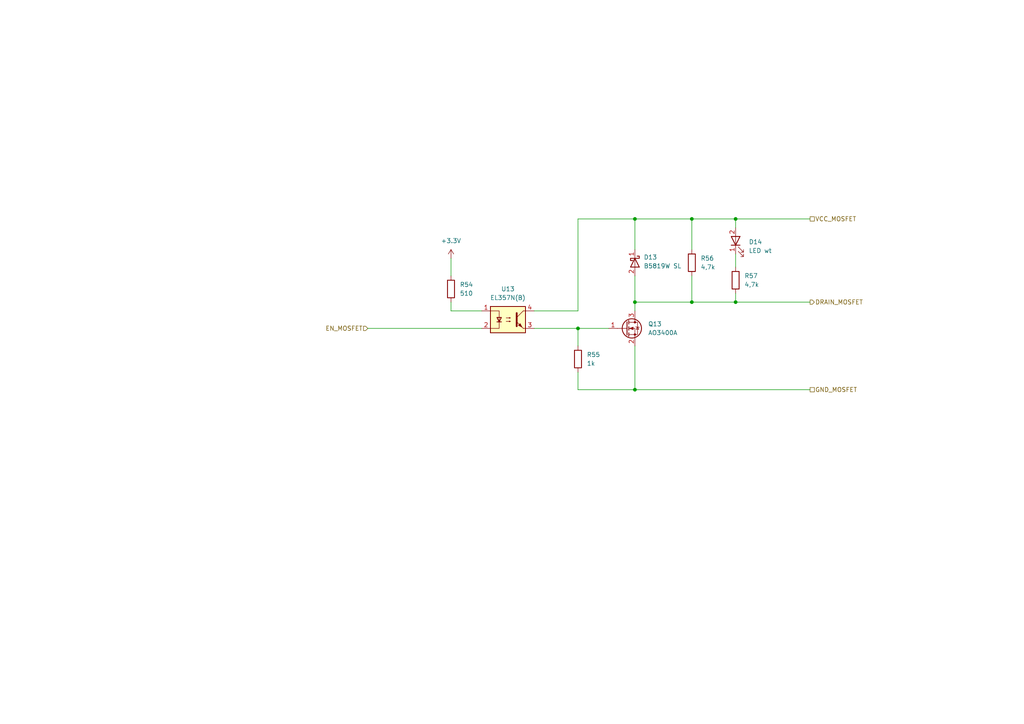
<source format=kicad_sch>
(kicad_sch (version 20211123) (generator eeschema)
  (paper "A4")
  (title_block (title "GRBLhal Boosterpack") (date "2022-12-20") (rev "1.2") (comment 1 "by Sönke Peters") (comment 2 "based on work by Terje Io and Expatria Technologies") (comment 4 "Licensed under CERN OHL v.1.2 or later"))
  (lib_symbols
    (symbol "Device:D_Schottky" (pin_names (offset 1.016) hide)
      (property "Reference" "D" (at 0 2.54 0))
      (property "Value" "D_Schottky" (at 0 -2.54 0))
      (symbol "D_Schottky_0_1"
        (polyline (pts (xy 1.27 0) (xy -1.27 0)))
        (polyline (pts (xy 1.27 1.27) (xy 1.27 -1.27) (xy -1.27 0) (xy 1.27 1.27)) (stroke (width 0.254)))
        (polyline (pts (xy -1.905 0.635) (xy -1.905 1.27) (xy -1.27 1.27) (xy -1.27 -1.27) (xy -0.635 -1.27) (xy -0.635 -0.635)) (stroke (width 0.254)))
      )
      (symbol "D_Schottky_1_1"
        (pin passive line (at -3.81 0 0) (length 2.54) (name "K") (number "1"))
        (pin passive line (at 3.81 0 180) (length 2.54) (name "A") (number "2"))
      )
    )
    (symbol "Device:LED" (pin_names (offset 1.016) hide)
      (property "Reference" "D" (at 0 2.54 0))
      (property "Value" "LED" (at 0 -2.54 0))
      (symbol "LED_0_1"
        (polyline (pts (xy -1.27 -1.27) (xy -1.27 1.27)) (stroke (width 0.254)))
        (polyline (pts (xy -1.27 0) (xy 1.27 0)))
        (polyline (pts (xy 1.27 -1.27) (xy 1.27 1.27) (xy -1.27 0) (xy 1.27 -1.27)) (stroke (width 0.254)))
        (polyline (pts (xy -3.048 -0.762) (xy -4.572 -2.286) (xy -3.81 -2.286) (xy -4.572 -2.286) (xy -4.572 -1.524)))
        (polyline (pts (xy -1.778 -0.762) (xy -3.302 -2.286) (xy -2.54 -2.286) (xy -3.302 -2.286) (xy -3.302 -1.524)))
      )
      (symbol "LED_1_1"
        (pin passive line (at -3.81 0 0) (length 2.54) (name "K") (number "1"))
        (pin passive line (at 3.81 0 180) (length 2.54) (name "A") (number "2"))
      )
    )
    (symbol "Device:R" (pin_numbers hide) (pin_names (offset 0))
      (property "Reference" "R" (at 2.032 0 90))
      (property "Value" "R" (at 0 0 90))
      (symbol "R_0_1"
        (rectangle (start -1.016 -2.54) (end 1.016 2.54) (stroke (width 0.254)))
      )
      (symbol "R_1_1"
        (pin passive line (at 0 3.81 270) (length 1.27) (name "~") (number "1"))
        (pin passive line (at 0 -3.81 90) (length 1.27) (name "~") (number "2"))
      )
    )
    (symbol "Isolator:LTV-357T" (pin_names (offset 1.016))
      (property "Reference" "U" (at -5.334 4.826 0))
      (property "Value" "LTV-357T" (at 0 5.08 0))
      (symbol "LTV-357T_0_1"
        (rectangle (start -5.08 3.81) (end 5.08 -3.81) (stroke (width 0.254)) (fill (type background)))
        (polyline (pts (xy -3.175 -0.635) (xy -1.905 -0.635)) (stroke (width 0.254)))
        (polyline (pts (xy 2.54 0.635) (xy 4.445 2.54)))
        (polyline (pts (xy 4.445 -2.54) (xy 2.54 -0.635)) (fill (type outline)))
        (polyline (pts (xy 4.445 -2.54) (xy 5.08 -2.54)))
        (polyline (pts (xy 4.445 2.54) (xy 5.08 2.54)))
        (polyline (pts (xy -5.08 2.54) (xy -2.54 2.54) (xy -2.54 -0.762)))
        (polyline (pts (xy -2.54 -0.635) (xy -2.54 -2.54) (xy -5.08 -2.54)))
        (polyline (pts (xy 2.54 1.905) (xy 2.54 -1.905) (xy 2.54 -1.905)) (stroke (width 0.508)))
        (polyline (pts (xy -2.54 -0.635) (xy -3.175 0.635) (xy -1.905 0.635) (xy -2.54 -0.635)) (stroke (width 0.254)))
        (polyline (pts (xy -0.508 -0.508) (xy 0.762 -0.508) (xy 0.381 -0.635) (xy 0.381 -0.381) (xy 0.762 -0.508)))
        (polyline (pts (xy -0.508 0.508) (xy 0.762 0.508) (xy 0.381 0.381) (xy 0.381 0.635) (xy 0.762 0.508)))
        (polyline (pts (xy 3.048 -1.651) (xy 3.556 -1.143) (xy 4.064 -2.159) (xy 3.048 -1.651) (xy 3.048 -1.651)) (fill (type outline)))
      )
      (symbol "LTV-357T_1_1"
        (pin passive line (at -7.62 2.54 0) (length 2.54) (name "~") (number "1"))
        (pin passive line (at -7.62 -2.54 0) (length 2.54) (name "~") (number "2"))
        (pin passive line (at 7.62 -2.54 180) (length 2.54) (name "~") (number "3"))
        (pin passive line (at 7.62 2.54 180) (length 2.54) (name "~") (number "4"))
      )
    )
    (symbol "Transistor_FET:AO3400A" (pin_names hide)
      (property "Reference" "Q" (at 5.08 1.905 0))
      (property "Value" "AO3400A" (at 5.08 0 0))
      (symbol "AO3400A_0_1"
        (polyline (pts (xy 0.254 0) (xy -2.54 0)))
        (polyline (pts (xy 0.254 1.905) (xy 0.254 -1.905)) (stroke (width 0.254)))
        (polyline (pts (xy 0.762 -1.27) (xy 0.762 -2.286)) (stroke (width 0.254)))
        (polyline (pts (xy 0.762 0.508) (xy 0.762 -0.508)) (stroke (width 0.254)))
        (polyline (pts (xy 0.762 2.286) (xy 0.762 1.27)) (stroke (width 0.254)))
        (polyline (pts (xy 2.54 2.54) (xy 2.54 1.778)))
        (polyline (pts (xy 2.54 -2.54) (xy 2.54 0) (xy 0.762 0)))
        (polyline (pts (xy 0.762 -1.778) (xy 3.302 -1.778) (xy 3.302 1.778) (xy 0.762 1.778)))
        (polyline (pts (xy 1.016 0) (xy 2.032 0.381) (xy 2.032 -0.381) (xy 1.016 0)) (fill (type outline)))
        (polyline (pts (xy 2.794 0.508) (xy 2.921 0.381) (xy 3.683 0.381) (xy 3.81 0.254)))
        (polyline (pts (xy 3.302 0.381) (xy 2.921 -0.254) (xy 3.683 -0.254) (xy 3.302 0.381)))
        (circle (center 1.651 0) (radius 2.794) (stroke (width 0.254)))
        (circle (center 2.54 -1.778) (radius 0.254) (fill (type outline)))
        (circle (center 2.54 1.778) (radius 0.254) (fill (type outline)))
      )
      (symbol "AO3400A_1_1"
        (pin input line (at -5.08 0 0) (length 2.54) (name "G") (number "1"))
        (pin passive line (at 2.54 -5.08 90) (length 2.54) (name "S") (number "2"))
        (pin passive line (at 2.54 5.08 270) (length 2.54) (name "D") (number "3"))
      )
    )
    (symbol "power:+3.3V" (power) (pin_names (offset 0))
      (property "Value" "+3.3V" (at 0 3.556 0))
      (symbol "+3.3V_0_1"
        (polyline (pts (xy -0.762 1.27) (xy 0 2.54)))
        (polyline (pts (xy 0 0) (xy 0 2.54)))
        (polyline (pts (xy 0 2.54) (xy 0.762 1.27)))
      )
      (symbol "+3.3V_1_1"
        (pin power_in line (at 0 0 90) (length 0) hide (name "+3.3V") (number "1"))
      )
    )
  )
  (junction (at 184.15 87.63))
  (junction (at 200.66 63.5))
  (junction (at 184.15 113.03))
  (junction (at 213.36 63.5))
  (junction (at 167.64 95.25))
  (junction (at 200.66 87.63))
  (junction (at 213.36 87.63))
  (junction (at 184.15 63.5))
  (wire (pts (xy 213.36 87.63) (xy 234.95 87.63)))
  (wire (pts (xy 130.81 74.93) (xy 130.81 80.01)))
  (wire (pts (xy 167.64 107.95) (xy 167.64 113.03)))
  (wire (pts (xy 184.15 87.63) (xy 200.66 87.63)))
  (wire (pts (xy 213.36 63.5) (xy 234.95 63.5)))
  (wire (pts (xy 184.15 63.5) (xy 200.66 63.5)))
  (wire (pts (xy 106.68 95.25) (xy 139.7 95.25)))
  (wire (pts (xy 167.64 95.25) (xy 176.53 95.25)))
  (wire (pts (xy 200.66 63.5) (xy 213.36 63.5)))
  (wire (pts (xy 184.15 113.03) (xy 234.95 113.03)))
  (wire (pts (xy 200.66 63.5) (xy 200.66 72.39)))
  (wire (pts (xy 200.66 80.01) (xy 200.66 87.63)))
  (wire (pts (xy 184.15 87.63) (xy 184.15 90.17)))
  (wire (pts (xy 167.64 113.03) (xy 184.15 113.03)))
  (wire (pts (xy 167.64 90.17) (xy 167.64 63.5)))
  (wire (pts (xy 130.81 87.63) (xy 130.81 90.17)))
  (wire (pts (xy 167.64 95.25) (xy 167.64 100.33)))
  (wire (pts (xy 184.15 63.5) (xy 184.15 72.39)))
  (wire (pts (xy 213.36 63.5) (xy 213.36 66.04)))
  (wire (pts (xy 213.36 85.09) (xy 213.36 87.63)))
  (wire (pts (xy 130.81 90.17) (xy 139.7 90.17)))
  (wire (pts (xy 184.15 80.01) (xy 184.15 87.63)))
  (wire (pts (xy 200.66 87.63) (xy 213.36 87.63)))
  (wire (pts (xy 154.94 90.17) (xy 167.64 90.17)))
  (wire (pts (xy 167.64 63.5) (xy 184.15 63.5)))
  (wire (pts (xy 184.15 113.03) (xy 184.15 100.33)))
  (wire (pts (xy 213.36 73.66) (xy 213.36 77.47)))
  (wire (pts (xy 154.94 95.25) (xy 167.64 95.25)))
  (hierarchical_label "GND_MOSFET" (shape passive) (at 234.95 113.03 0))
  (hierarchical_label "EN_MOSFET" (shape input) (at 106.68 95.25 180))
  (hierarchical_label "VCC_MOSFET" (shape passive) (at 234.95 63.5 0))
  (hierarchical_label "DRAIN_MOSFET" (shape output) (at 234.95 87.63 0))
  (symbol (lib_id "Device:LED") (at 213.36 69.85 90) (unit 1)
    (property "Reference" "D14" (at 217.17 70.1674 90) (effects (justify right)))
    (property "Value" "LED wt" (at 217.17 72.7074 90) (effects (justify right)))
    (property "Footprint" "LED_SMD:LED_0603_1608Metric" (effects hide))
    (property "Datasheet" "https://datasheet.lcsc.com/lcsc/1809041711_Hubei-KENTO-Elec-C2290_C2290.pdf" (effects hide))
    (property "JLCPCB Rotation Offset" "180" (effects hide))
    (property "JLCPCB Part #" "C2290" (effects hide))
  )
  (symbol (lib_id "Isolator:LTV-357T") (at 147.32 92.71 0) (unit 1)
    (property "Reference" "U13" (at 147.32 83.82 0))
    (property "Value" "EL357N(B)" (at 147.32 86.36 0))
    (property "Footprint" "Library:SO-5_4.4x3.6mm_P1.27mm_fake" (effects hide))
    (property "Datasheet" "https://datasheet.lcsc.com/lcsc/1809192312_Everlight-Elec-EL357N-B-TA-G_C6649.pdf" (effects hide))
    (property "LCSC Part #" "C6649" (effects hide))
  )
  (symbol (lib_id "Transistor_FET:AO3400A") (at 181.61 95.25 0) (unit 1)
    (property "Reference" "Q13" (at 187.96 93.9799 0) (effects (justify left)))
    (property "Value" "AO3400A" (at 187.96 96.5199 0) (effects (justify left)))
    (property "Footprint" "Package_TO_SOT_SMD:SOT-23" (effects hide))
    (property "Datasheet" "https://datasheet.lcsc.com/lcsc/1811081213_Alpha---Omega-Semicon-AO3400A_C20917.pdf" (effects hide))
    (property "JLCPCB Part #" "C20917" (effects hide))
    (property "JLCPCB Rotation Offset" "180" (effects hide))
  )
  (symbol (lib_id "Device:R") (at 130.81 83.82 0) (unit 1)
    (property "Reference" "R54" (at 133.35 82.5499 0) (effects (justify left)))
    (property "Value" "510" (at 133.35 85.0899 0) (effects (justify left)))
    (property "Footprint" "Resistor_SMD:R_0603_1608Metric" (effects hide))
    (property "Datasheet" "https://datasheet.lcsc.com/lcsc/2206010116_UNI-ROYAL-Uniroyal-Elec-0603WAF5100T5E_C23193.pdf" (effects hide))
    (property "LCSC Part #" "C23193" (effects hide))
  )
  (symbol (lib_id "Device:R") (at 167.64 104.14 180) (unit 1)
    (property "Reference" "R55" (at 170.18 102.8699 0) (effects (justify right)))
    (property "Value" "1k" (at 170.18 105.4099 0) (effects (justify right)))
    (property "Footprint" "Resistor_SMD:R_0603_1608Metric" (effects hide))
    (property "Datasheet" "https://datasheet.lcsc.com/lcsc/2206010130_UNI-ROYAL-Uniroyal-Elec-0603WAF1001T5E_C21190.pdf" (effects hide))
    (property "LCSC Part #" "C21190" (effects hide))
  )
  (symbol (lib_id "Device:R") (at 213.36 81.28 180) (unit 1)
    (property "Reference" "R57" (at 215.9 80.0099 0) (effects (justify right)))
    (property "Value" "4,7k" (at 215.9 82.5499 0) (effects (justify right)))
    (property "Footprint" "Resistor_SMD:R_0603_1608Metric" (effects hide))
    (property "Datasheet" "https://datasheet.lcsc.com/lcsc/2206010116_UNI-ROYAL-Uniroyal-Elec-0603WAF4701T5E_C23162.pdf" (effects hide))
    (property "LCSC Part #" "C23162" (effects hide))
  )
  (symbol (lib_id "power:+3.3V") (at 130.81 74.93 0) (unit 1)
    (property "Reference" "#PWR051" (effects hide))
    (property "Value" "+3.3V" (at 130.81 69.85 0))
  )
  (symbol (lib_id "Device:R") (at 200.66 76.2 180) (unit 1)
    (property "Reference" "R56" (at 203.2 74.9299 0) (effects (justify right)))
    (property "Value" "4,7k" (at 203.2 77.4699 0) (effects (justify right)))
    (property "Footprint" "Resistor_SMD:R_0603_1608Metric" (effects hide))
    (property "Datasheet" "https://datasheet.lcsc.com/lcsc/2206010116_UNI-ROYAL-Uniroyal-Elec-0603WAF4701T5E_C23162.pdf" (effects hide))
    (property "LCSC Part #" "C23162" (effects hide))
  )
  (symbol (lib_id "Device:D_Schottky") (at 184.15 76.2 270) (unit 1)
    (property "Reference" "D13" (at 186.69 74.6124 90) (effects (justify left)))
    (property "Value" "B5819W SL" (at 186.69 77.1524 90) (effects (justify left)))
    (property "Footprint" "Diode_SMD:D_SOD-123" (effects hide))
    (property "Datasheet" "https://datasheet.lcsc.com/lcsc/1809140216_Jiangsu-Changjing-Electronics-Technology-Co---Ltd--B5819W-SL_C8598.pdf" (effects hide))
    (property "JLCPCB Part #" "C8598" (effects hide))
  )
)
</source>
